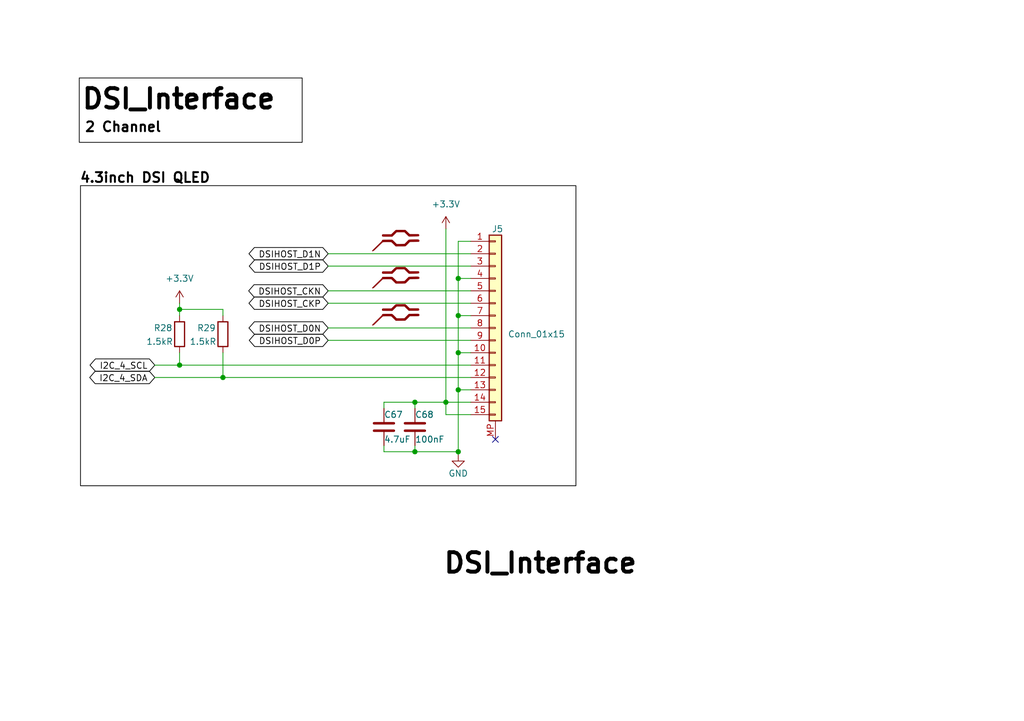
<source format=kicad_sch>
(kicad_sch
	(version 20231120)
	(generator "eeschema")
	(generator_version "8.0")
	(uuid "a90c754b-1688-40f8-96bb-79f8ac358277")
	(paper "A5")
	(lib_symbols
		(symbol "1.Custom:LOGO"
			(pin_names
				(offset 1.016)
			)
			(exclude_from_sim no)
			(in_bom yes)
			(on_board yes)
			(property "Reference" "#G"
				(at 0 4.6173 0)
				(effects
					(font
						(size 1.27 1.27)
					)
					(hide yes)
				)
			)
			(property "Value" "Differntial Pair"
				(at 0 -4.6173 0)
				(effects
					(font
						(size 1.27 1.27)
					)
					(hide yes)
				)
			)
			(property "Footprint" ""
				(at 0 0 0)
				(effects
					(font
						(size 1.27 1.27)
					)
					(hide yes)
				)
			)
			(property "Datasheet" ""
				(at 0 0 0)
				(effects
					(font
						(size 1.27 1.27)
					)
					(hide yes)
				)
			)
			(property "Description" ""
				(at 0 0 0)
				(effects
					(font
						(size 1.27 1.27)
					)
					(hide yes)
				)
			)
			(symbol "LOGO_0_0"
				(polyline
					(pts
						(xy -0.3796 1.4567) (xy 0.0747 1.9081) (xy 0.872 1.9081) (xy 1.6692 1.9081) (xy 1.9887 1.5946)
						(xy 2.0054 1.5783) (xy 2.1103 1.4757) (xy 2.214 1.3749) (xy 2.3095 1.2826) (xy 2.3899 1.2055)
						(xy 2.448 1.1505) (xy 2.5878 1.0199) (xy 3.5552 1.0349) (xy 3.5932 1.0355) (xy 3.828 1.0391) (xy 4.0255 1.0426)
						(xy 4.1889 1.0466) (xy 4.3215 1.0518) (xy 4.4264 1.0588) (xy 4.5069 1.0683) (xy 4.5661 1.081)
						(xy 4.6074 1.0974) (xy 4.634 1.1184) (xy 4.6491 1.1444) (xy 4.6558 1.1762) (xy 4.6575 1.2145)
						(xy 4.6573 1.2599) (xy 4.6565 1.288) (xy 4.6421 1.3484) (xy 4.6042 1.3967) (xy 4.5511 1.4465)
						(xy 3.6536 1.4465) (xy 2.756 1.4465) (xy 2.5936 1.5937) (xy 2.5777 1.6083) (xy 2.4968 1.6842)
						(xy 2.4007 1.7768) (xy 2.3001 1.8756) (xy 2.2056 1.9704) (xy 2.1682 2.0081) (xy 2.0841 2.091)
						(xy 2.0064 2.165) (xy 1.9426 2.2234) (xy 1.8999 2.2591) (xy 1.8198 2.3184) (xy 0.8945 2.3164)
						(xy 0.7474 2.3159) (xy 0.5633 2.3148) (xy 0.3941 2.3132) (xy 0.2441 2.3113) (xy 0.1178 2.309)
						(xy 0.0193 2.3065) (xy -0.0468 2.3038) (xy -0.0763 2.301) (xy -0.081 2.2991) (xy -0.1175 2.2746)
						(xy -0.1746 2.228) (xy -0.2452 2.1652) (xy -0.3225 2.092) (xy -0.3488 2.0664) (xy -0.4453 1.9726)
						(xy -0.5559 1.8654) (xy -0.6689 1.7561) (xy -0.7727 1.656) (xy -1.0222 1.4157) (xy -1.9078 1.4157)
						(xy -2.7935 1.4157) (xy -2.8534 1.3557) (xy -2.8793 1.3272) (xy -2.9064 1.275) (xy -2.9134 1.2057)
						(xy -2.9069 1.1351) (xy -2.8782 1.0737) (xy -2.8211 1.029) (xy -2.82 1.0285) (xy -2.7874 1.0226)
						(xy -2.7189 1.0176) (xy -2.6135 1.0135) (xy -2.4705 1.0103) (xy -2.2889 1.008) (xy -2.0681 1.0066)
						(xy -1.807 1.006) (xy -0.8339 1.0053) (xy -0.3796 1.4567)
					)
					(stroke
						(width 0.01)
						(type default)
					)
					(fill
						(type outline)
					)
				)
				(polyline
					(pts
						(xy -4.8384 -1.9793) (xy -4.7585 -1.9571) (xy -4.7331 -1.9489) (xy -4.6927 -1.9318) (xy -4.6508 -1.907)
						(xy -4.6021 -1.8701) (xy -4.541 -1.8168) (xy -4.4621 -1.7429) (xy -4.3599 -1.644) (xy -4.225 -1.5125)
						(xy -3.9889 -1.2826) (xy -3.7796 -1.079) (xy -3.5954 -0.9002) (xy -3.4348 -0.7447) (xy -3.2961 -0.611)
						(xy -3.1776 -0.4974) (xy -3.0778 -0.4024) (xy -2.9949 -0.3246) (xy -2.9275 -0.2623) (xy -2.8737 -0.2139)
						(xy -2.8321 -0.178) (xy -2.8009 -0.153) (xy -2.7785 -0.1373) (xy -2.7634 -0.1294) (xy -2.7418 -0.125)
						(xy -2.6797 -0.1193) (xy -2.586 -0.1145) (xy -2.4663 -0.1104) (xy -2.3262 -0.1072) (xy -2.1713 -0.1048)
						(xy -2.0072 -0.1033) (xy -1.8395 -0.1026) (xy -1.6737 -0.1029) (xy -1.5154 -0.1041) (xy -1.3703 -0.1062)
						(xy -1.2438 -0.1092) (xy -1.1416 -0.1132) (xy -1.0692 -0.1182) (xy -1.0323 -0.1242) (xy -1.0273 -0.1268)
						(xy -0.9914 -0.1536) (xy -0.9319 -0.2047) (xy -0.8532 -0.2763) (xy -0.7593 -0.3646) (xy -0.6543 -0.4656)
						(xy -0.5426 -0.5756) (xy -0.1107 -1.0053) (xy 0.8012 -1.0044) (xy 0.9297 -1.0041) (xy 1.1167 -1.0031)
						(xy 1.2908 -1.0014) (xy 1.4472 -0.9991) (xy 1.5814 -0.9964) (xy 1.6885 -0.9933) (xy 1.7639 -0.9898)
						(xy 1.803 -0.9862) (xy 1.8188 -0.9826) (xy 1.8467 -0.973) (xy 1.8776 -0.9563) (xy 1.9151 -0.9294)
						(xy 1.963 -0.8891) (xy 2.0249 -0.8323) (xy 2.1045 -0.7557) (xy 2.2055 -0.6562) (xy 2.3315 -0.5306)
						(xy 2.7701 -0.0923) (xy 3.6675 -0.0817) (xy 3.7915 -0.0801) (xy 3.9734 -0.0771) (xy 4.1405 -0.0736)
						(xy 4.2885 -0.0698) (xy 4.413 -0.0657) (xy 4.5096 -0.0616) (xy 4.574 -0.0575) (xy 4.6017 -0.0536)
						(xy 4.6334 -0.0314) (xy 4.6739 0.0291) (xy 4.6932 0.1053) (xy 4.6888 0.1838) (xy 4.6581 0.2508)
						(xy 4.6446 0.2669) (xy 4.6199 0.2894) (xy 4.5888 0.3077) (xy 4.5473 0.322) (xy 4.4917 0.3328)
						(xy 4.418 0.3403) (xy 4.3225 0.3449) (xy 4.2014 0.3469) (xy 4.0507 0.3467) (xy 3.8667 0.3446)
						(xy 3.6455 0.341) (xy 3.6415 0.3409) (xy 3.459 0.3374) (xy 3.2834 0.3336) (xy 3.1205 0.3295) (xy 2.9758 0.3254)
						(xy 2.855 0.3215) (xy 2.764 0.3178) (xy 2.7082 0.3146) (xy 2.5544 0.3021) (xy 2.1235 -0.1343)
						(xy 1.6926 -0.5707) (xy 1.2105 -0.5828) (xy 1.1807 -0.5835) (xy 1.0156 -0.5871) (xy 0.8431 -0.5903)
						(xy 0.6751 -0.5927) (xy 0.5239 -0.5943) (xy 0.4016 -0.5949) (xy 0.0748 -0.595) (xy -0.3678 -0.1556)
						(xy -0.4484 -0.0758) (xy -0.5635 0.037) (xy -0.6554 0.1251) (xy -0.7274 0.1914) (xy -0.7828 0.2388)
						(xy -0.8251 0.2703) (xy -0.8574 0.2888) (xy -0.8833 0.2973) (xy -0.9033 0.2992) (xy -0.964 0.3015)
						(xy -1.0581 0.3034) (xy -1.181 0.3047) (xy -1.3281 0.3055) (xy -1.4949 0.3057) (xy -1.6767 0.3053)
						(xy -1.8691 0.3042) (xy -1.9045 0.3039) (xy -2.1186 0.3022) (xy -2.296 0.3003) (xy -2.4403 0.2982)
						(xy -2.5552 0.2957) (xy -2.6444 0.2926) (xy -2.7116 0.2888) (xy -2.7605 0.2841) (xy -2.7948 0.2784)
						(xy -2.8181 0.2715) (xy -2.8343 0.2632) (xy -2.8637 0.2385) (xy -2.9092 0.1671) (xy -2.9419 0.0606)
						(xy -2.9454 0.0514) (xy -2.9557 0.0351) (xy -2.974 0.0118) (xy -3.0017 -0.0202) (xy -3.0406 -0.0623)
						(xy -3.0919 -0.1161) (xy -3.1574 -0.1831) (xy -3.2386 -0.2648) (xy -3.3369 -0.3629) (xy -3.4539 -0.4788)
						(xy -3.5912 -0.6141) (xy -3.7502 -0.7702) (xy -3.9326 -0.9488) (xy -4.1398 -1.1514) (xy -4.3734 -1.3795)
						(xy -4.6349 -1.6346) (xy -4.7408 -1.7396) (xy -4.8267 -1.8283) (xy -4.8895 -1.8975) (xy -4.9269 -1.9444)
						(xy -4.9363 -1.9665) (xy -4.9353 -1.9681) (xy -4.9179 -1.9843) (xy -4.8885 -1.9882) (xy -4.8384 -1.9793)
					)
					(stroke
						(width 0.01)
						(type default)
					)
					(fill
						(type outline)
					)
				)
			)
		)
		(symbol "Connector_Generic:Conn_01x15"
			(pin_names
				(offset 1.016) hide)
			(exclude_from_sim no)
			(in_bom yes)
			(on_board yes)
			(property "Reference" "J5"
				(at -0.762 20.32 0)
				(effects
					(font
						(size 1.27 1.27)
					)
					(justify left)
				)
			)
			(property "Value" "Conn_01x15"
				(at 2.54 -1.2699 0)
				(effects
					(font
						(size 1.27 1.27)
					)
					(justify left)
				)
			)
			(property "Footprint" "Connector_FFC-FPC:TE_1-84952-5_1x15-1MP_P1.0mm_Horizontal"
				(at 0 0 0)
				(effects
					(font
						(size 1.27 1.27)
					)
					(hide yes)
				)
			)
			(property "Datasheet" "~"
				(at 0 0 0)
				(effects
					(font
						(size 1.27 1.27)
					)
					(hide yes)
				)
			)
			(property "Description" "Generic connector, single row, 01x15, script generated (kicad-library-utils/schlib/autogen/connector/)"
				(at 0 0 0)
				(effects
					(font
						(size 1.27 1.27)
					)
					(hide yes)
				)
			)
			(property "ki_keywords" "connector"
				(at 0 0 0)
				(effects
					(font
						(size 1.27 1.27)
					)
					(hide yes)
				)
			)
			(property "ki_fp_filters" "Connector*:*_1x??_*"
				(at 0 0 0)
				(effects
					(font
						(size 1.27 1.27)
					)
					(hide yes)
				)
			)
			(symbol "Conn_01x15_1_1"
				(rectangle
					(start -1.27 -17.653)
					(end 0 -17.907)
					(stroke
						(width 0.1524)
						(type default)
					)
					(fill
						(type none)
					)
				)
				(rectangle
					(start -1.27 -15.113)
					(end 0 -15.367)
					(stroke
						(width 0.1524)
						(type default)
					)
					(fill
						(type none)
					)
				)
				(rectangle
					(start -1.27 -12.573)
					(end 0 -12.827)
					(stroke
						(width 0.1524)
						(type default)
					)
					(fill
						(type none)
					)
				)
				(rectangle
					(start -1.27 -10.033)
					(end 0 -10.287)
					(stroke
						(width 0.1524)
						(type default)
					)
					(fill
						(type none)
					)
				)
				(rectangle
					(start -1.27 -7.493)
					(end 0 -7.747)
					(stroke
						(width 0.1524)
						(type default)
					)
					(fill
						(type none)
					)
				)
				(rectangle
					(start -1.27 -4.953)
					(end 0 -5.207)
					(stroke
						(width 0.1524)
						(type default)
					)
					(fill
						(type none)
					)
				)
				(rectangle
					(start -1.27 -2.413)
					(end 0 -2.667)
					(stroke
						(width 0.1524)
						(type default)
					)
					(fill
						(type none)
					)
				)
				(rectangle
					(start -1.27 0.127)
					(end 0 -0.127)
					(stroke
						(width 0.1524)
						(type default)
					)
					(fill
						(type none)
					)
				)
				(rectangle
					(start -1.27 2.667)
					(end 0 2.413)
					(stroke
						(width 0.1524)
						(type default)
					)
					(fill
						(type none)
					)
				)
				(rectangle
					(start -1.27 5.207)
					(end 0 4.953)
					(stroke
						(width 0.1524)
						(type default)
					)
					(fill
						(type none)
					)
				)
				(rectangle
					(start -1.27 7.747)
					(end 0 7.493)
					(stroke
						(width 0.1524)
						(type default)
					)
					(fill
						(type none)
					)
				)
				(rectangle
					(start -1.27 10.287)
					(end 0 10.033)
					(stroke
						(width 0.1524)
						(type default)
					)
					(fill
						(type none)
					)
				)
				(rectangle
					(start -1.27 12.827)
					(end 0 12.573)
					(stroke
						(width 0.1524)
						(type default)
					)
					(fill
						(type none)
					)
				)
				(rectangle
					(start -1.27 15.367)
					(end 0 15.113)
					(stroke
						(width 0.1524)
						(type default)
					)
					(fill
						(type none)
					)
				)
				(rectangle
					(start -1.27 17.907)
					(end 0 17.653)
					(stroke
						(width 0.1524)
						(type default)
					)
					(fill
						(type none)
					)
				)
				(rectangle
					(start -1.27 19.05)
					(end 1.27 -19.05)
					(stroke
						(width 0.254)
						(type default)
					)
					(fill
						(type background)
					)
				)
				(pin passive line
					(at -5.08 17.78 0)
					(length 3.81)
					(name "Pin_1"
						(effects
							(font
								(size 1.27 1.27)
							)
						)
					)
					(number "1"
						(effects
							(font
								(size 1.27 1.27)
							)
						)
					)
				)
				(pin passive line
					(at -5.08 -5.08 0)
					(length 3.81)
					(name "Pin_10"
						(effects
							(font
								(size 1.27 1.27)
							)
						)
					)
					(number "10"
						(effects
							(font
								(size 1.27 1.27)
							)
						)
					)
				)
				(pin passive line
					(at -5.08 -7.62 0)
					(length 3.81)
					(name "Pin_11"
						(effects
							(font
								(size 1.27 1.27)
							)
						)
					)
					(number "11"
						(effects
							(font
								(size 1.27 1.27)
							)
						)
					)
				)
				(pin passive line
					(at -5.08 -10.16 0)
					(length 3.81)
					(name "Pin_12"
						(effects
							(font
								(size 1.27 1.27)
							)
						)
					)
					(number "12"
						(effects
							(font
								(size 1.27 1.27)
							)
						)
					)
				)
				(pin passive line
					(at -5.08 -12.7 0)
					(length 3.81)
					(name "Pin_13"
						(effects
							(font
								(size 1.27 1.27)
							)
						)
					)
					(number "13"
						(effects
							(font
								(size 1.27 1.27)
							)
						)
					)
				)
				(pin passive line
					(at -5.08 -15.24 0)
					(length 3.81)
					(name "Pin_14"
						(effects
							(font
								(size 1.27 1.27)
							)
						)
					)
					(number "14"
						(effects
							(font
								(size 1.27 1.27)
							)
						)
					)
				)
				(pin passive line
					(at -5.08 -17.78 0)
					(length 3.81)
					(name "Pin_15"
						(effects
							(font
								(size 1.27 1.27)
							)
						)
					)
					(number "15"
						(effects
							(font
								(size 1.27 1.27)
							)
						)
					)
				)
				(pin passive line
					(at -5.08 15.24 0)
					(length 3.81)
					(name "Pin_2"
						(effects
							(font
								(size 1.27 1.27)
							)
						)
					)
					(number "2"
						(effects
							(font
								(size 1.27 1.27)
							)
						)
					)
				)
				(pin passive line
					(at -5.08 12.7 0)
					(length 3.81)
					(name "Pin_3"
						(effects
							(font
								(size 1.27 1.27)
							)
						)
					)
					(number "3"
						(effects
							(font
								(size 1.27 1.27)
							)
						)
					)
				)
				(pin passive line
					(at -5.08 10.16 0)
					(length 3.81)
					(name "Pin_4"
						(effects
							(font
								(size 1.27 1.27)
							)
						)
					)
					(number "4"
						(effects
							(font
								(size 1.27 1.27)
							)
						)
					)
				)
				(pin passive line
					(at -5.08 7.62 0)
					(length 3.81)
					(name "Pin_5"
						(effects
							(font
								(size 1.27 1.27)
							)
						)
					)
					(number "5"
						(effects
							(font
								(size 1.27 1.27)
							)
						)
					)
				)
				(pin passive line
					(at -5.08 5.08 0)
					(length 3.81)
					(name "Pin_6"
						(effects
							(font
								(size 1.27 1.27)
							)
						)
					)
					(number "6"
						(effects
							(font
								(size 1.27 1.27)
							)
						)
					)
				)
				(pin passive line
					(at -5.08 2.54 0)
					(length 3.81)
					(name "Pin_7"
						(effects
							(font
								(size 1.27 1.27)
							)
						)
					)
					(number "7"
						(effects
							(font
								(size 1.27 1.27)
							)
						)
					)
				)
				(pin passive line
					(at -5.08 0 0)
					(length 3.81)
					(name "Pin_8"
						(effects
							(font
								(size 1.27 1.27)
							)
						)
					)
					(number "8"
						(effects
							(font
								(size 1.27 1.27)
							)
						)
					)
				)
				(pin passive line
					(at -5.08 -2.54 0)
					(length 3.81)
					(name "Pin_9"
						(effects
							(font
								(size 1.27 1.27)
							)
						)
					)
					(number "9"
						(effects
							(font
								(size 1.27 1.27)
							)
						)
					)
				)
				(pin passive line
					(at 0 -22.86 90)
					(length 3.81)
					(name "MP"
						(effects
							(font
								(size 1.27 1.27)
							)
						)
					)
					(number "MP"
						(effects
							(font
								(size 1.27 1.27)
							)
						)
					)
				)
			)
		)
		(symbol "Device:C"
			(pin_numbers hide)
			(pin_names
				(offset 0.254)
			)
			(exclude_from_sim no)
			(in_bom yes)
			(on_board yes)
			(property "Reference" "C"
				(at 0.635 2.54 0)
				(effects
					(font
						(size 1.27 1.27)
					)
					(justify left)
				)
			)
			(property "Value" "C"
				(at 0.635 -2.54 0)
				(effects
					(font
						(size 1.27 1.27)
					)
					(justify left)
				)
			)
			(property "Footprint" ""
				(at 0.9652 -3.81 0)
				(effects
					(font
						(size 1.27 1.27)
					)
					(hide yes)
				)
			)
			(property "Datasheet" "~"
				(at 0 0 0)
				(effects
					(font
						(size 1.27 1.27)
					)
					(hide yes)
				)
			)
			(property "Description" "Unpolarized capacitor"
				(at 0 0 0)
				(effects
					(font
						(size 1.27 1.27)
					)
					(hide yes)
				)
			)
			(property "ki_keywords" "cap capacitor"
				(at 0 0 0)
				(effects
					(font
						(size 1.27 1.27)
					)
					(hide yes)
				)
			)
			(property "ki_fp_filters" "C_*"
				(at 0 0 0)
				(effects
					(font
						(size 1.27 1.27)
					)
					(hide yes)
				)
			)
			(symbol "C_0_1"
				(polyline
					(pts
						(xy -2.032 -0.762) (xy 2.032 -0.762)
					)
					(stroke
						(width 0.508)
						(type default)
					)
					(fill
						(type none)
					)
				)
				(polyline
					(pts
						(xy -2.032 0.762) (xy 2.032 0.762)
					)
					(stroke
						(width 0.508)
						(type default)
					)
					(fill
						(type none)
					)
				)
			)
			(symbol "C_1_1"
				(pin passive line
					(at 0 3.81 270)
					(length 2.794)
					(name "~"
						(effects
							(font
								(size 1.27 1.27)
							)
						)
					)
					(number "1"
						(effects
							(font
								(size 1.27 1.27)
							)
						)
					)
				)
				(pin passive line
					(at 0 -3.81 90)
					(length 2.794)
					(name "~"
						(effects
							(font
								(size 1.27 1.27)
							)
						)
					)
					(number "2"
						(effects
							(font
								(size 1.27 1.27)
							)
						)
					)
				)
			)
		)
		(symbol "Device:R"
			(pin_numbers hide)
			(pin_names
				(offset 0)
			)
			(exclude_from_sim no)
			(in_bom yes)
			(on_board yes)
			(property "Reference" "R"
				(at 2.032 0 90)
				(effects
					(font
						(size 1.27 1.27)
					)
				)
			)
			(property "Value" "R"
				(at 0 0 90)
				(effects
					(font
						(size 1.27 1.27)
					)
				)
			)
			(property "Footprint" ""
				(at -1.778 0 90)
				(effects
					(font
						(size 1.27 1.27)
					)
					(hide yes)
				)
			)
			(property "Datasheet" "~"
				(at 0 0 0)
				(effects
					(font
						(size 1.27 1.27)
					)
					(hide yes)
				)
			)
			(property "Description" "Resistor"
				(at 0 0 0)
				(effects
					(font
						(size 1.27 1.27)
					)
					(hide yes)
				)
			)
			(property "ki_keywords" "R res resistor"
				(at 0 0 0)
				(effects
					(font
						(size 1.27 1.27)
					)
					(hide yes)
				)
			)
			(property "ki_fp_filters" "R_*"
				(at 0 0 0)
				(effects
					(font
						(size 1.27 1.27)
					)
					(hide yes)
				)
			)
			(symbol "R_0_1"
				(rectangle
					(start -1.016 -2.54)
					(end 1.016 2.54)
					(stroke
						(width 0.254)
						(type default)
					)
					(fill
						(type none)
					)
				)
			)
			(symbol "R_1_1"
				(pin passive line
					(at 0 3.81 270)
					(length 1.27)
					(name "~"
						(effects
							(font
								(size 1.27 1.27)
							)
						)
					)
					(number "1"
						(effects
							(font
								(size 1.27 1.27)
							)
						)
					)
				)
				(pin passive line
					(at 0 -3.81 90)
					(length 1.27)
					(name "~"
						(effects
							(font
								(size 1.27 1.27)
							)
						)
					)
					(number "2"
						(effects
							(font
								(size 1.27 1.27)
							)
						)
					)
				)
			)
		)
		(symbol "GND_1"
			(power)
			(pin_numbers hide)
			(pin_names
				(offset 0) hide)
			(exclude_from_sim no)
			(in_bom yes)
			(on_board yes)
			(property "Reference" "#PWR"
				(at 0 -6.35 0)
				(effects
					(font
						(size 1.27 1.27)
					)
					(hide yes)
				)
			)
			(property "Value" "GND"
				(at 0 -3.81 0)
				(effects
					(font
						(size 1.27 1.27)
					)
				)
			)
			(property "Footprint" ""
				(at 0 0 0)
				(effects
					(font
						(size 1.27 1.27)
					)
					(hide yes)
				)
			)
			(property "Datasheet" ""
				(at 0 0 0)
				(effects
					(font
						(size 1.27 1.27)
					)
					(hide yes)
				)
			)
			(property "Description" "Power symbol creates a global label with name \"GND\" , ground"
				(at 0 0 0)
				(effects
					(font
						(size 1.27 1.27)
					)
					(hide yes)
				)
			)
			(property "ki_keywords" "global power"
				(at 0 0 0)
				(effects
					(font
						(size 1.27 1.27)
					)
					(hide yes)
				)
			)
			(symbol "GND_1_0_1"
				(polyline
					(pts
						(xy 0 0) (xy 0 -1.27) (xy 1.27 -1.27) (xy 0 -2.54) (xy -1.27 -1.27) (xy 0 -1.27)
					)
					(stroke
						(width 0)
						(type default)
					)
					(fill
						(type none)
					)
				)
			)
			(symbol "GND_1_1_1"
				(pin power_in line
					(at 0 0 270)
					(length 0)
					(name "~"
						(effects
							(font
								(size 1.27 1.27)
							)
						)
					)
					(number "1"
						(effects
							(font
								(size 1.27 1.27)
							)
						)
					)
				)
			)
		)
		(symbol "power:+3.3V"
			(power)
			(pin_numbers hide)
			(pin_names
				(offset 0) hide)
			(exclude_from_sim no)
			(in_bom yes)
			(on_board yes)
			(property "Reference" "#PWR"
				(at 0 -3.81 0)
				(effects
					(font
						(size 1.27 1.27)
					)
					(hide yes)
				)
			)
			(property "Value" "+3.3V"
				(at 0 3.556 0)
				(effects
					(font
						(size 1.27 1.27)
					)
				)
			)
			(property "Footprint" ""
				(at 0 0 0)
				(effects
					(font
						(size 1.27 1.27)
					)
					(hide yes)
				)
			)
			(property "Datasheet" ""
				(at 0 0 0)
				(effects
					(font
						(size 1.27 1.27)
					)
					(hide yes)
				)
			)
			(property "Description" "Power symbol creates a global label with name \"+3.3V\""
				(at 0 0 0)
				(effects
					(font
						(size 1.27 1.27)
					)
					(hide yes)
				)
			)
			(property "ki_keywords" "global power"
				(at 0 0 0)
				(effects
					(font
						(size 1.27 1.27)
					)
					(hide yes)
				)
			)
			(symbol "+3.3V_0_1"
				(polyline
					(pts
						(xy -0.762 1.27) (xy 0 2.54)
					)
					(stroke
						(width 0)
						(type default)
					)
					(fill
						(type none)
					)
				)
				(polyline
					(pts
						(xy 0 0) (xy 0 2.54)
					)
					(stroke
						(width 0)
						(type default)
					)
					(fill
						(type none)
					)
				)
				(polyline
					(pts
						(xy 0 2.54) (xy 0.762 1.27)
					)
					(stroke
						(width 0)
						(type default)
					)
					(fill
						(type none)
					)
				)
			)
			(symbol "+3.3V_1_1"
				(pin power_in line
					(at 0 0 90)
					(length 0)
					(name "~"
						(effects
							(font
								(size 1.27 1.27)
							)
						)
					)
					(number "1"
						(effects
							(font
								(size 1.27 1.27)
							)
						)
					)
				)
			)
		)
	)
	(junction
		(at 85.09 92.71)
		(diameter 0)
		(color 0 0 0 0)
		(uuid "0d9639d4-ccf2-4625-bff5-57e0f149357f")
	)
	(junction
		(at 93.98 92.71)
		(diameter 0)
		(color 0 0 0 0)
		(uuid "11429ed0-ca1c-4d62-8156-63fc161e9e70")
	)
	(junction
		(at 91.44 82.55)
		(diameter 0)
		(color 0 0 0 0)
		(uuid "1d7b3319-a93f-435d-ba96-c8d233f01476")
	)
	(junction
		(at 93.98 64.77)
		(diameter 0)
		(color 0 0 0 0)
		(uuid "88d02eb5-0e61-4791-969a-46f8717add03")
	)
	(junction
		(at 85.09 82.55)
		(diameter 0)
		(color 0 0 0 0)
		(uuid "8c703f62-f967-4cb8-b010-35a4e2444b54")
	)
	(junction
		(at 36.83 63.5)
		(diameter 0)
		(color 0 0 0 0)
		(uuid "acdb1091-d5ef-4f56-b793-7ec8ad10138a")
	)
	(junction
		(at 36.83 74.93)
		(diameter 0)
		(color 0 0 0 0)
		(uuid "b93b776e-d696-4e95-b4bc-22d55868f373")
	)
	(junction
		(at 93.98 57.15)
		(diameter 0)
		(color 0 0 0 0)
		(uuid "c77fa811-c3c6-474c-a585-54e00bd99c8a")
	)
	(junction
		(at 93.98 80.01)
		(diameter 0)
		(color 0 0 0 0)
		(uuid "e0f2b829-4b18-4f12-9838-d6cefe75cf4f")
	)
	(junction
		(at 45.72 77.47)
		(diameter 0)
		(color 0 0 0 0)
		(uuid "e450eae4-c2a0-4ddd-a30b-e6afb37bed50")
	)
	(junction
		(at 93.98 72.39)
		(diameter 0)
		(color 0 0 0 0)
		(uuid "fbf63095-f3de-4c8a-a33b-f0edc2d4a99b")
	)
	(no_connect
		(at 101.6 90.17)
		(uuid "7d6c5f07-7172-4367-ab78-0ae71721806a")
	)
	(wire
		(pts
			(xy 93.98 64.77) (xy 93.98 72.39)
		)
		(stroke
			(width 0)
			(type default)
		)
		(uuid "1b975bb8-44ef-4ab8-af24-475e6b7472f8")
	)
	(wire
		(pts
			(xy 45.72 77.47) (xy 96.52 77.47)
		)
		(stroke
			(width 0)
			(type default)
		)
		(uuid "1c2d26e9-06e2-4d30-a62e-4885b32b09b6")
	)
	(wire
		(pts
			(xy 36.83 62.23) (xy 36.83 63.5)
		)
		(stroke
			(width 0)
			(type default)
		)
		(uuid "23c6c930-507d-4dd8-88b1-60606c96315c")
	)
	(wire
		(pts
			(xy 85.09 82.55) (xy 78.74 82.55)
		)
		(stroke
			(width 0)
			(type default)
		)
		(uuid "23f6fd00-47ee-433b-9cfd-addf323c110a")
	)
	(wire
		(pts
			(xy 93.98 72.39) (xy 96.52 72.39)
		)
		(stroke
			(width 0)
			(type default)
		)
		(uuid "267d63f0-632c-479e-89b6-ca1cb2a758ff")
	)
	(wire
		(pts
			(xy 36.83 63.5) (xy 45.72 63.5)
		)
		(stroke
			(width 0)
			(type default)
		)
		(uuid "2bac8b98-e31e-4e02-b47f-6e63753265e7")
	)
	(wire
		(pts
			(xy 67.31 69.85) (xy 96.52 69.85)
		)
		(stroke
			(width 0)
			(type default)
		)
		(uuid "3b7d8b70-40eb-4e92-ae62-aeef18cfbd5a")
	)
	(wire
		(pts
			(xy 91.44 46.99) (xy 91.44 82.55)
		)
		(stroke
			(width 0)
			(type default)
		)
		(uuid "3bc9b0c0-3c5c-44eb-8f22-8ab6e3391c73")
	)
	(wire
		(pts
			(xy 93.98 49.53) (xy 93.98 57.15)
		)
		(stroke
			(width 0)
			(type default)
		)
		(uuid "47433510-3180-45b2-8662-9a8330ddfbde")
	)
	(wire
		(pts
			(xy 45.72 72.39) (xy 45.72 77.47)
		)
		(stroke
			(width 0)
			(type default)
		)
		(uuid "4d2af7b8-7221-4c33-ba9b-8d9b4b1ca233")
	)
	(wire
		(pts
			(xy 91.44 85.09) (xy 96.52 85.09)
		)
		(stroke
			(width 0)
			(type default)
		)
		(uuid "51220793-addf-437f-8033-020b455cbb5c")
	)
	(wire
		(pts
			(xy 36.83 72.39) (xy 36.83 74.93)
		)
		(stroke
			(width 0)
			(type default)
		)
		(uuid "573a3038-b617-4894-8994-c7d9c9d57271")
	)
	(wire
		(pts
			(xy 85.09 92.71) (xy 78.74 92.71)
		)
		(stroke
			(width 0)
			(type default)
		)
		(uuid "578ffb8a-091b-45ae-bd1c-383e0313471f")
	)
	(wire
		(pts
			(xy 93.98 49.53) (xy 96.52 49.53)
		)
		(stroke
			(width 0)
			(type default)
		)
		(uuid "5a1ca669-9c0f-4648-96a9-5b5aa68f313d")
	)
	(wire
		(pts
			(xy 67.31 59.69) (xy 96.52 59.69)
		)
		(stroke
			(width 0)
			(type default)
		)
		(uuid "6b581c67-431a-4b37-941e-9eb0ee5e2d38")
	)
	(wire
		(pts
			(xy 91.44 82.55) (xy 96.52 82.55)
		)
		(stroke
			(width 0)
			(type default)
		)
		(uuid "725b69e6-0796-454f-b578-2e418de7d9e7")
	)
	(wire
		(pts
			(xy 67.31 67.31) (xy 96.52 67.31)
		)
		(stroke
			(width 0)
			(type default)
		)
		(uuid "72d226e2-b86f-4f31-ae9f-ba18e0f47fbe")
	)
	(wire
		(pts
			(xy 93.98 72.39) (xy 93.98 80.01)
		)
		(stroke
			(width 0)
			(type default)
		)
		(uuid "78a78d95-9642-4eae-b490-421c6cb961d6")
	)
	(wire
		(pts
			(xy 78.74 82.55) (xy 78.74 83.82)
		)
		(stroke
			(width 0)
			(type default)
		)
		(uuid "7e3be393-4e4a-496f-a68b-6ae9720828c1")
	)
	(wire
		(pts
			(xy 85.09 92.71) (xy 93.98 92.71)
		)
		(stroke
			(width 0)
			(type default)
		)
		(uuid "7eb4eff4-f706-4e94-85da-b6a86f5a0122")
	)
	(wire
		(pts
			(xy 85.09 92.71) (xy 85.09 91.44)
		)
		(stroke
			(width 0)
			(type default)
		)
		(uuid "8bdefcb5-450c-43da-b729-496063a7ea16")
	)
	(wire
		(pts
			(xy 93.98 57.15) (xy 93.98 64.77)
		)
		(stroke
			(width 0)
			(type default)
		)
		(uuid "91635508-7305-48ec-9545-fb3c95e8daeb")
	)
	(wire
		(pts
			(xy 85.09 82.55) (xy 91.44 82.55)
		)
		(stroke
			(width 0)
			(type default)
		)
		(uuid "94be7de6-0467-4d70-8ae0-b6c3c8cb65d3")
	)
	(wire
		(pts
			(xy 91.44 82.55) (xy 91.44 85.09)
		)
		(stroke
			(width 0)
			(type default)
		)
		(uuid "997aefdc-47f7-4312-8f9c-91b4be29fb85")
	)
	(wire
		(pts
			(xy 36.83 63.5) (xy 36.83 64.77)
		)
		(stroke
			(width 0)
			(type default)
		)
		(uuid "a421a716-0f91-47c7-a89f-548e73e1c2e2")
	)
	(wire
		(pts
			(xy 93.98 92.71) (xy 93.98 93.345)
		)
		(stroke
			(width 0)
			(type default)
		)
		(uuid "ae517777-798a-4e44-a832-437d0fad92b9")
	)
	(wire
		(pts
			(xy 85.09 82.55) (xy 85.09 83.82)
		)
		(stroke
			(width 0)
			(type default)
		)
		(uuid "b67069a3-892d-43b5-8fde-02b86b928719")
	)
	(wire
		(pts
			(xy 93.98 80.01) (xy 93.98 92.71)
		)
		(stroke
			(width 0)
			(type default)
		)
		(uuid "b997344c-bc76-44df-87d9-f063dd595013")
	)
	(wire
		(pts
			(xy 45.72 64.77) (xy 45.72 63.5)
		)
		(stroke
			(width 0)
			(type default)
		)
		(uuid "ba3d0aa9-9a94-43f3-bd89-b6fe3f5017ec")
	)
	(wire
		(pts
			(xy 67.31 52.07) (xy 96.52 52.07)
		)
		(stroke
			(width 0)
			(type default)
		)
		(uuid "c1d1b5de-8784-49a7-bdc3-82c389ad62da")
	)
	(wire
		(pts
			(xy 67.31 62.23) (xy 96.52 62.23)
		)
		(stroke
			(width 0)
			(type default)
		)
		(uuid "d489fa25-20e1-4dc8-89c7-178c71433e47")
	)
	(wire
		(pts
			(xy 93.98 57.15) (xy 96.52 57.15)
		)
		(stroke
			(width 0)
			(type default)
		)
		(uuid "d92a78b8-7190-476c-b2e2-5942e71c56d7")
	)
	(wire
		(pts
			(xy 31.75 77.47) (xy 45.72 77.47)
		)
		(stroke
			(width 0)
			(type default)
		)
		(uuid "ea2c9188-b08a-43d9-a2a6-8883ad685777")
	)
	(wire
		(pts
			(xy 31.75 74.93) (xy 36.83 74.93)
		)
		(stroke
			(width 0)
			(type default)
		)
		(uuid "effbbd9c-9347-4e94-9371-4b29a5491331")
	)
	(wire
		(pts
			(xy 78.74 91.44) (xy 78.74 92.71)
		)
		(stroke
			(width 0)
			(type default)
		)
		(uuid "f2d09281-00d2-4fa3-9794-4394b85cf34d")
	)
	(wire
		(pts
			(xy 67.31 54.61) (xy 96.52 54.61)
		)
		(stroke
			(width 0)
			(type default)
		)
		(uuid "f5aea775-727f-4974-a529-ffbc9f94f859")
	)
	(wire
		(pts
			(xy 36.83 74.93) (xy 96.52 74.93)
		)
		(stroke
			(width 0)
			(type default)
		)
		(uuid "f7dd28f4-465d-48d7-baab-38054a05c015")
	)
	(wire
		(pts
			(xy 93.98 80.01) (xy 96.52 80.01)
		)
		(stroke
			(width 0)
			(type default)
		)
		(uuid "f96c203b-bf93-4cae-9fa4-28844947e010")
	)
	(wire
		(pts
			(xy 93.98 64.77) (xy 96.52 64.77)
		)
		(stroke
			(width 0)
			(type default)
		)
		(uuid "fd228e05-5df5-45a1-af39-835669162f41")
	)
	(rectangle
		(start 16.256 16.002)
		(end 61.976 29.21)
		(stroke
			(width 0)
			(type default)
			(color 0 0 0 1)
		)
		(fill
			(type none)
		)
		(uuid c2211cae-21cf-44ae-bc3e-56012ea3f013)
	)
	(rectangle
		(start 16.51 38.1)
		(end 118.11 99.695)
		(stroke
			(width 0)
			(type default)
			(color 0 0 0 1)
		)
		(fill
			(type none)
		)
		(uuid d6e67552-ae80-4de2-a1f7-80e490c4e36f)
	)
	(text "DSI_Interface"
		(exclude_from_sim no)
		(at 90.678 118.11 0)
		(effects
			(font
				(size 4 4)
				(thickness 0.8)
				(bold yes)
				(color 0 0 0 1)
			)
			(justify left bottom)
		)
		(uuid "6145d009-beca-481b-a605-43a33a4d9246")
	)
	(text "2 Channel"
		(exclude_from_sim no)
		(at 17.272 27.432 0)
		(effects
			(font
				(size 2 2)
				(bold yes)
				(color 0 0 0 1)
			)
			(justify left bottom)
		)
		(uuid "86256bc4-0617-4e76-8c0b-8e37ce8dbc24")
	)
	(text "DSI_Interface"
		(exclude_from_sim no)
		(at 16.51 22.86 0)
		(effects
			(font
				(size 4 4)
				(thickness 0.8)
				(bold yes)
				(color 0 0 0 1)
			)
			(justify left bottom)
		)
		(uuid "ec872177-990d-4650-949d-6808ed06d3cf")
	)
	(text "4.3inch DSI QLED"
		(exclude_from_sim no)
		(at 16.256 37.846 0)
		(effects
			(font
				(size 2 2)
				(bold yes)
				(color 0 0 0 1)
			)
			(justify left bottom)
		)
		(uuid "edeef9bf-2054-41d0-bd41-b63a342b6acc")
	)
	(global_label "I2C_4_SCL"
		(shape bidirectional)
		(at 31.75 74.93 180)
		(effects
			(font
				(size 1.27 1.27)
				(color 0 0 0 1)
			)
			(justify right)
		)
		(uuid "3d4d5754-0f5c-4dff-962c-312e294e9418")
		(property "Intersheetrefs" "${INTERSHEET_REFS}"
			(at 31.75 74.93 0)
			(effects
				(font
					(size 1.27 1.27)
				)
				(hide yes)
			)
		)
	)
	(global_label "DSIHOST_CKN"
		(shape bidirectional)
		(at 67.31 59.69 180)
		(effects
			(font
				(size 1.27 1.27)
				(color 0 0 0 1)
			)
			(justify right)
		)
		(uuid "66f4f4e1-57ab-4c6e-986c-97c311c80b0a")
		(property "Intersheetrefs" "${INTERSHEET_REFS}"
			(at 67.31 59.69 0)
			(effects
				(font
					(size 1.27 1.27)
				)
				(hide yes)
			)
		)
	)
	(global_label "I2C_4_SDA"
		(shape bidirectional)
		(at 31.75 77.47 180)
		(effects
			(font
				(size 1.27 1.27)
				(color 0 0 0 1)
			)
			(justify right)
		)
		(uuid "6dc9881a-f166-47bb-bcc0-75bce25d0f7d")
		(property "Intersheetrefs" "${INTERSHEET_REFS}"
			(at 31.75 77.47 0)
			(effects
				(font
					(size 1.27 1.27)
				)
				(hide yes)
			)
		)
	)
	(global_label "DSIHOST_D0N"
		(shape bidirectional)
		(at 67.31 67.31 180)
		(effects
			(font
				(size 1.27 1.27)
				(color 0 0 0 1)
			)
			(justify right)
		)
		(uuid "7f261e0f-3d68-4f19-b93c-854773dcee0d")
		(property "Intersheetrefs" "${INTERSHEET_REFS}"
			(at 67.31 67.31 0)
			(effects
				(font
					(size 1.27 1.27)
				)
				(hide yes)
			)
		)
	)
	(global_label "DSIHOST_D1P"
		(shape bidirectional)
		(at 67.31 54.61 180)
		(effects
			(font
				(size 1.27 1.27)
				(color 0 0 0 1)
			)
			(justify right)
		)
		(uuid "89d232ba-9ab4-4d43-bf1c-6442f4225c1b")
		(property "Intersheetrefs" "${INTERSHEET_REFS}"
			(at 67.31 54.61 0)
			(effects
				(font
					(size 1.27 1.27)
				)
				(hide yes)
			)
		)
	)
	(global_label "DSIHOST_CKP"
		(shape bidirectional)
		(at 67.31 62.23 180)
		(effects
			(font
				(size 1.27 1.27)
				(color 0 0 0 1)
			)
			(justify right)
		)
		(uuid "9235c88f-3a9f-4b66-9013-66817394f579")
		(property "Intersheetrefs" "${INTERSHEET_REFS}"
			(at 67.31 62.23 0)
			(effects
				(font
					(size 1.27 1.27)
				)
				(hide yes)
			)
		)
	)
	(global_label "DSIHOST_D0P"
		(shape bidirectional)
		(at 67.31 69.85 180)
		(effects
			(font
				(size 1.27 1.27)
				(color 0 0 0 1)
			)
			(justify right)
		)
		(uuid "c252acb6-0240-4998-8348-62d981dfcfdb")
		(property "Intersheetrefs" "${INTERSHEET_REFS}"
			(at 67.31 69.85 0)
			(effects
				(font
					(size 1.27 1.27)
				)
				(hide yes)
			)
		)
	)
	(global_label "DSIHOST_D1N"
		(shape bidirectional)
		(at 67.31 52.07 180)
		(effects
			(font
				(size 1.27 1.27)
				(color 0 0 0 1)
			)
			(justify right)
		)
		(uuid "d690efb7-da0e-443b-9079-490971088c6d")
		(property "Intersheetrefs" "${INTERSHEET_REFS}"
			(at 67.31 52.07 0)
			(effects
				(font
					(size 1.27 1.27)
				)
				(hide yes)
			)
		)
	)
	(symbol
		(lib_id "power:+3.3V")
		(at 36.83 62.23 0)
		(unit 1)
		(exclude_from_sim no)
		(in_bom yes)
		(on_board yes)
		(dnp no)
		(fields_autoplaced yes)
		(uuid "0259ec30-e2b5-4dfd-8519-a81652a39357")
		(property "Reference" "#PWR078"
			(at 36.83 66.04 0)
			(effects
				(font
					(size 1.27 1.27)
				)
				(hide yes)
			)
		)
		(property "Value" "+3.3V"
			(at 36.83 57.15 0)
			(effects
				(font
					(size 1.27 1.27)
				)
			)
		)
		(property "Footprint" ""
			(at 36.83 62.23 0)
			(effects
				(font
					(size 1.27 1.27)
				)
				(hide yes)
			)
		)
		(property "Datasheet" ""
			(at 36.83 62.23 0)
			(effects
				(font
					(size 1.27 1.27)
				)
				(hide yes)
			)
		)
		(property "Description" "Power symbol creates a global label with name \"+3.3V\""
			(at 36.83 62.23 0)
			(effects
				(font
					(size 1.27 1.27)
				)
				(hide yes)
			)
		)
		(pin "1"
			(uuid "fc1cd47a-04fd-4184-b65e-ec86f914f270")
		)
		(instances
			(project "STM32_Dev_Board"
				(path "/e0df2b07-1c87-436d-b679-271210c51cf4/328b59a7-8b90-47a8-b63e-cb854c3ebe9f"
					(reference "#PWR078")
					(unit 1)
				)
			)
		)
	)
	(symbol
		(lib_id "1.Custom:LOGO")
		(at 81.28 57.15 0)
		(unit 1)
		(exclude_from_sim no)
		(in_bom yes)
		(on_board yes)
		(dnp no)
		(fields_autoplaced yes)
		(uuid "0299d4db-18e5-422e-aeed-8276977ef1d8")
		(property "Reference" "#G4"
			(at 81.28 52.5327 0)
			(effects
				(font
					(size 1.27 1.27)
				)
				(hide yes)
			)
		)
		(property "Value" "Differntial Pair"
			(at 81.28 61.7673 0)
			(effects
				(font
					(size 1.27 1.27)
				)
				(hide yes)
			)
		)
		(property "Footprint" ""
			(at 81.28 57.15 0)
			(effects
				(font
					(size 1.27 1.27)
				)
				(hide yes)
			)
		)
		(property "Datasheet" ""
			(at 81.28 57.15 0)
			(effects
				(font
					(size 1.27 1.27)
				)
				(hide yes)
			)
		)
		(property "Description" ""
			(at 81.28 57.15 0)
			(effects
				(font
					(size 1.27 1.27)
				)
				(hide yes)
			)
		)
		(instances
			(project "STM32_Dev_Board"
				(path "/e0df2b07-1c87-436d-b679-271210c51cf4/328b59a7-8b90-47a8-b63e-cb854c3ebe9f"
					(reference "#G4")
					(unit 1)
				)
			)
		)
	)
	(symbol
		(lib_id "Connector_Generic:Conn_01x15")
		(at 101.6 67.31 0)
		(unit 1)
		(exclude_from_sim no)
		(in_bom yes)
		(on_board yes)
		(dnp no)
		(uuid "376f4bbe-01ca-4013-aac2-7fd38c34122b")
		(property "Reference" "J5"
			(at 100.838 46.99 0)
			(effects
				(font
					(size 1.27 1.27)
				)
				(justify left)
			)
		)
		(property "Value" "Conn_01x15"
			(at 104.14 68.5799 0)
			(effects
				(font
					(size 1.27 1.27)
				)
				(justify left)
			)
		)
		(property "Footprint" "Connector_FFC-FPC:TE_1-84952-5_1x15-1MP_P1.0mm_Horizontal"
			(at 101.6 67.31 0)
			(effects
				(font
					(size 1.27 1.27)
				)
				(hide yes)
			)
		)
		(property "Datasheet" "~"
			(at 101.6 67.31 0)
			(effects
				(font
					(size 1.27 1.27)
				)
				(hide yes)
			)
		)
		(property "Description" "Generic connector, single row, 01x15, script generated (kicad-library-utils/schlib/autogen/connector/)"
			(at 101.6 67.31 0)
			(effects
				(font
					(size 1.27 1.27)
				)
				(hide yes)
			)
		)
		(pin "11"
			(uuid "91064636-e42c-49f4-9bbe-a063b42628bc")
		)
		(pin "12"
			(uuid "efb9c444-d406-4f4a-ba7d-7208c8af5225")
		)
		(pin "13"
			(uuid "9d1f05f7-451f-446a-a333-bd81a1e31b44")
		)
		(pin "15"
			(uuid "31a144f6-b328-45d3-a73c-9d455e5d0ac4")
		)
		(pin "7"
			(uuid "03e50bc5-71d6-4d12-8bb4-b3283b02dd9c")
		)
		(pin "14"
			(uuid "9a3cb79e-b33a-4ef9-b023-0f6dc87e124d")
		)
		(pin "5"
			(uuid "21f2d72d-964d-4609-9446-685af73d188a")
		)
		(pin "2"
			(uuid "d2a6c8fb-1377-42e7-85e9-88cb9cd9f693")
		)
		(pin "10"
			(uuid "fefa399e-53f7-4bd8-af6a-8a4329736e99")
		)
		(pin "1"
			(uuid "e24cd518-8120-4186-92d4-43786ed1c28d")
		)
		(pin "8"
			(uuid "56378f83-f02c-4f86-afa9-c79e43446fde")
		)
		(pin "3"
			(uuid "3624ca9c-bf98-4e78-a09d-029e82f1ba8b")
		)
		(pin "4"
			(uuid "a225b804-be49-4398-beeb-2ede7d66e4b5")
		)
		(pin "6"
			(uuid "f9a4c4a9-b35b-48b2-9f57-f614c324d239")
		)
		(pin "9"
			(uuid "fa1b78f0-4525-48b2-95fb-f0a27da10730")
		)
		(pin "MP"
			(uuid "cc7e4636-7f13-46eb-8a67-a42785e235e8")
		)
		(instances
			(project "STM32_Dev_Board"
				(path "/e0df2b07-1c87-436d-b679-271210c51cf4/328b59a7-8b90-47a8-b63e-cb854c3ebe9f"
					(reference "J5")
					(unit 1)
				)
			)
		)
	)
	(symbol
		(lib_name "GND_1")
		(lib_id "power:GND")
		(at 93.98 93.345 0)
		(unit 1)
		(exclude_from_sim no)
		(in_bom yes)
		(on_board yes)
		(dnp no)
		(uuid "7ab85af8-9cc6-4705-bcaf-bedc0fd6f512")
		(property "Reference" "#PWR079"
			(at 93.98 99.695 0)
			(effects
				(font
					(size 1.27 1.27)
				)
				(hide yes)
			)
		)
		(property "Value" "GND"
			(at 93.98 97.155 0)
			(effects
				(font
					(size 1.27 1.27)
				)
			)
		)
		(property "Footprint" ""
			(at 93.98 93.345 0)
			(effects
				(font
					(size 1.27 1.27)
				)
				(hide yes)
			)
		)
		(property "Datasheet" ""
			(at 93.98 93.345 0)
			(effects
				(font
					(size 1.27 1.27)
				)
				(hide yes)
			)
		)
		(property "Description" "Power symbol creates a global label with name \"GND\" , ground"
			(at 93.98 93.345 0)
			(effects
				(font
					(size 1.27 1.27)
				)
				(hide yes)
			)
		)
		(pin "1"
			(uuid "ee8c6cdd-0353-467d-893d-f363b65b3847")
		)
		(instances
			(project "STM32_Dev_Board"
				(path "/e0df2b07-1c87-436d-b679-271210c51cf4/328b59a7-8b90-47a8-b63e-cb854c3ebe9f"
					(reference "#PWR079")
					(unit 1)
				)
			)
		)
	)
	(symbol
		(lib_id "Device:R")
		(at 36.83 68.58 0)
		(unit 1)
		(exclude_from_sim no)
		(in_bom yes)
		(on_board yes)
		(dnp no)
		(uuid "861a0ebd-0fa2-4fc9-992e-bb00afbb0f4e")
		(property "Reference" "R28"
			(at 31.496 67.31 0)
			(effects
				(font
					(size 1.27 1.27)
				)
				(justify left)
			)
		)
		(property "Value" "1.5kR"
			(at 29.972 70.104 0)
			(effects
				(font
					(size 1.27 1.27)
				)
				(justify left)
			)
		)
		(property "Footprint" "Resistor_SMD:R_0402_1005Metric"
			(at 35.052 68.58 90)
			(effects
				(font
					(size 1.27 1.27)
				)
				(hide yes)
			)
		)
		(property "Datasheet" "~"
			(at 36.83 68.58 0)
			(effects
				(font
					(size 1.27 1.27)
				)
				(hide yes)
			)
		)
		(property "Description" "Resistor"
			(at 36.83 68.58 0)
			(effects
				(font
					(size 1.27 1.27)
				)
				(hide yes)
			)
		)
		(pin "1"
			(uuid "26a2f9e7-81f2-4c05-a891-71247ccc4212")
		)
		(pin "2"
			(uuid "915184bf-ba8d-4315-b21a-5e0fb30634a2")
		)
		(instances
			(project "STM32_Dev_Board"
				(path "/e0df2b07-1c87-436d-b679-271210c51cf4/328b59a7-8b90-47a8-b63e-cb854c3ebe9f"
					(reference "R28")
					(unit 1)
				)
			)
		)
	)
	(symbol
		(lib_id "Device:C")
		(at 85.09 87.63 0)
		(unit 1)
		(exclude_from_sim no)
		(in_bom yes)
		(on_board yes)
		(dnp no)
		(uuid "86f7e886-4bb0-4407-b48e-38f1d450d864")
		(property "Reference" "C68"
			(at 85.09 85.09 0)
			(effects
				(font
					(size 1.27 1.27)
				)
				(justify left)
			)
		)
		(property "Value" "100nF"
			(at 85.09 90.17 0)
			(effects
				(font
					(size 1.27 1.27)
				)
				(justify left)
			)
		)
		(property "Footprint" "Capacitor_SMD:C_0402_1005Metric"
			(at 86.0552 91.44 0)
			(effects
				(font
					(size 1.27 1.27)
				)
				(hide yes)
			)
		)
		(property "Datasheet" "~"
			(at 85.09 87.63 0)
			(effects
				(font
					(size 1.27 1.27)
				)
				(hide yes)
			)
		)
		(property "Description" ""
			(at 85.09 87.63 0)
			(effects
				(font
					(size 1.27 1.27)
				)
				(hide yes)
			)
		)
		(pin "2"
			(uuid "6556e0ec-5759-42b3-a5b5-1c8a0d780299")
		)
		(pin "1"
			(uuid "94264316-1637-4be4-befc-5e0a4021e1e0")
		)
		(instances
			(project "STM32_Dev_Board"
				(path "/e0df2b07-1c87-436d-b679-271210c51cf4/328b59a7-8b90-47a8-b63e-cb854c3ebe9f"
					(reference "C68")
					(unit 1)
				)
			)
		)
	)
	(symbol
		(lib_id "Device:C")
		(at 78.74 87.63 0)
		(unit 1)
		(exclude_from_sim no)
		(in_bom yes)
		(on_board yes)
		(dnp no)
		(uuid "a936d374-94be-41c5-b033-76a0c9601b06")
		(property "Reference" "C67"
			(at 78.74 85.09 0)
			(effects
				(font
					(size 1.27 1.27)
				)
				(justify left)
			)
		)
		(property "Value" "4.7uF"
			(at 78.74 90.17 0)
			(effects
				(font
					(size 1.27 1.27)
				)
				(justify left)
			)
		)
		(property "Footprint" "Capacitor_SMD:C_0603_1608Metric"
			(at 79.7052 91.44 0)
			(effects
				(font
					(size 1.27 1.27)
				)
				(hide yes)
			)
		)
		(property "Datasheet" "~"
			(at 78.74 87.63 0)
			(effects
				(font
					(size 1.27 1.27)
				)
				(hide yes)
			)
		)
		(property "Description" ""
			(at 78.74 87.63 0)
			(effects
				(font
					(size 1.27 1.27)
				)
				(hide yes)
			)
		)
		(pin "2"
			(uuid "519442dc-ca0d-4cbc-b857-7cefd845ef80")
		)
		(pin "1"
			(uuid "53dc0272-74ae-475e-ba3e-1d7d27bad14e")
		)
		(instances
			(project "STM32_Dev_Board"
				(path "/e0df2b07-1c87-436d-b679-271210c51cf4/328b59a7-8b90-47a8-b63e-cb854c3ebe9f"
					(reference "C67")
					(unit 1)
				)
			)
		)
	)
	(symbol
		(lib_id "power:+3.3V")
		(at 91.44 46.99 0)
		(unit 1)
		(exclude_from_sim no)
		(in_bom yes)
		(on_board yes)
		(dnp no)
		(fields_autoplaced yes)
		(uuid "b1068682-4dbd-4174-8d17-c472826fdfe5")
		(property "Reference" "#PWR077"
			(at 91.44 50.8 0)
			(effects
				(font
					(size 1.27 1.27)
				)
				(hide yes)
			)
		)
		(property "Value" "+3.3V"
			(at 91.44 41.91 0)
			(effects
				(font
					(size 1.27 1.27)
				)
			)
		)
		(property "Footprint" ""
			(at 91.44 46.99 0)
			(effects
				(font
					(size 1.27 1.27)
				)
				(hide yes)
			)
		)
		(property "Datasheet" ""
			(at 91.44 46.99 0)
			(effects
				(font
					(size 1.27 1.27)
				)
				(hide yes)
			)
		)
		(property "Description" "Power symbol creates a global label with name \"+3.3V\""
			(at 91.44 46.99 0)
			(effects
				(font
					(size 1.27 1.27)
				)
				(hide yes)
			)
		)
		(pin "1"
			(uuid "02f0bd2d-9f87-41c4-895e-72fc96398420")
		)
		(instances
			(project "STM32_Dev_Board"
				(path "/e0df2b07-1c87-436d-b679-271210c51cf4/328b59a7-8b90-47a8-b63e-cb854c3ebe9f"
					(reference "#PWR077")
					(unit 1)
				)
			)
		)
	)
	(symbol
		(lib_id "1.Custom:LOGO")
		(at 81.28 49.53 0)
		(unit 1)
		(exclude_from_sim no)
		(in_bom yes)
		(on_board yes)
		(dnp no)
		(fields_autoplaced yes)
		(uuid "cdd7c305-560d-4564-9be1-d57710cd1858")
		(property "Reference" "#G3"
			(at 81.28 44.9127 0)
			(effects
				(font
					(size 1.27 1.27)
				)
				(hide yes)
			)
		)
		(property "Value" "Differntial Pair"
			(at 81.28 54.1473 0)
			(effects
				(font
					(size 1.27 1.27)
				)
				(hide yes)
			)
		)
		(property "Footprint" ""
			(at 81.28 49.53 0)
			(effects
				(font
					(size 1.27 1.27)
				)
				(hide yes)
			)
		)
		(property "Datasheet" ""
			(at 81.28 49.53 0)
			(effects
				(font
					(size 1.27 1.27)
				)
				(hide yes)
			)
		)
		(property "Description" ""
			(at 81.28 49.53 0)
			(effects
				(font
					(size 1.27 1.27)
				)
				(hide yes)
			)
		)
		(instances
			(project "STM32_Dev_Board"
				(path "/e0df2b07-1c87-436d-b679-271210c51cf4/328b59a7-8b90-47a8-b63e-cb854c3ebe9f"
					(reference "#G3")
					(unit 1)
				)
			)
		)
	)
	(symbol
		(lib_id "Device:R")
		(at 45.72 68.58 0)
		(unit 1)
		(exclude_from_sim no)
		(in_bom yes)
		(on_board yes)
		(dnp no)
		(uuid "daf4999a-7a32-48f7-ba8c-6c6b98bb3868")
		(property "Reference" "R29"
			(at 40.386 67.31 0)
			(effects
				(font
					(size 1.27 1.27)
				)
				(justify left)
			)
		)
		(property "Value" "1.5kR"
			(at 38.862 70.104 0)
			(effects
				(font
					(size 1.27 1.27)
				)
				(justify left)
			)
		)
		(property "Footprint" "Resistor_SMD:R_0402_1005Metric"
			(at 43.942 68.58 90)
			(effects
				(font
					(size 1.27 1.27)
				)
				(hide yes)
			)
		)
		(property "Datasheet" "~"
			(at 45.72 68.58 0)
			(effects
				(font
					(size 1.27 1.27)
				)
				(hide yes)
			)
		)
		(property "Description" "Resistor"
			(at 45.72 68.58 0)
			(effects
				(font
					(size 1.27 1.27)
				)
				(hide yes)
			)
		)
		(pin "1"
			(uuid "7a61043b-9164-4e54-a94b-ea1f9645e8fd")
		)
		(pin "2"
			(uuid "18e64224-4f22-4ecb-b12c-cf89e7e88553")
		)
		(instances
			(project "STM32_Dev_Board"
				(path "/e0df2b07-1c87-436d-b679-271210c51cf4/328b59a7-8b90-47a8-b63e-cb854c3ebe9f"
					(reference "R29")
					(unit 1)
				)
			)
		)
	)
	(symbol
		(lib_id "1.Custom:LOGO")
		(at 81.28 64.77 0)
		(unit 1)
		(exclude_from_sim no)
		(in_bom yes)
		(on_board yes)
		(dnp no)
		(fields_autoplaced yes)
		(uuid "ff74cd0a-106f-4517-95c8-d74b01652d0e")
		(property "Reference" "#G5"
			(at 81.28 60.1527 0)
			(effects
				(font
					(size 1.27 1.27)
				)
				(hide yes)
			)
		)
		(property "Value" "Differntial Pair"
			(at 81.28 69.3873 0)
			(effects
				(font
					(size 1.27 1.27)
				)
				(hide yes)
			)
		)
		(property "Footprint" ""
			(at 81.28 64.77 0)
			(effects
				(font
					(size 1.27 1.27)
				)
				(hide yes)
			)
		)
		(property "Datasheet" ""
			(at 81.28 64.77 0)
			(effects
				(font
					(size 1.27 1.27)
				)
				(hide yes)
			)
		)
		(property "Description" ""
			(at 81.28 64.77 0)
			(effects
				(font
					(size 1.27 1.27)
				)
				(hide yes)
			)
		)
		(instances
			(project "STM32_Dev_Board"
				(path "/e0df2b07-1c87-436d-b679-271210c51cf4/328b59a7-8b90-47a8-b63e-cb854c3ebe9f"
					(reference "#G5")
					(unit 1)
				)
			)
		)
	)
)
</source>
